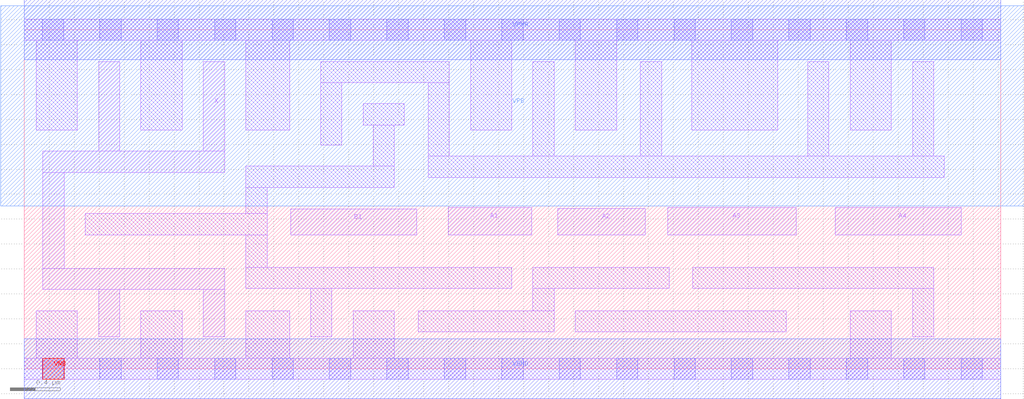
<source format=lef>
# Copyright 2020 The SkyWater PDK Authors
#
# Licensed under the Apache License, Version 2.0 (the "License");
# you may not use this file except in compliance with the License.
# You may obtain a copy of the License at
#
#     https://www.apache.org/licenses/LICENSE-2.0
#
# Unless required by applicable law or agreed to in writing, software
# distributed under the License is distributed on an "AS IS" BASIS,
# WITHOUT WARRANTIES OR CONDITIONS OF ANY KIND, either express or implied.
# See the License for the specific language governing permissions and
# limitations under the License.
#
# SPDX-License-Identifier: Apache-2.0

VERSION 5.7 ;
  NOWIREEXTENSIONATPIN ON ;
  DIVIDERCHAR "/" ;
  BUSBITCHARS "[]" ;
MACRO sky130_fd_sc_hd__a41o_4
  CLASS CORE ;
  FOREIGN sky130_fd_sc_hd__a41o_4 ;
  ORIGIN  0.000000  0.000000 ;
  SIZE  7.820000 BY  2.720000 ;
  SYMMETRY X Y R90 ;
  SITE unithd ;
  PIN A1
    ANTENNAGATEAREA  0.495000 ;
    DIRECTION INPUT ;
    USE SIGNAL ;
    PORT
      LAYER li1 ;
        RECT 3.395000 1.075000 4.065000 1.295000 ;
    END
  END A1
  PIN A2
    ANTENNAGATEAREA  0.495000 ;
    DIRECTION INPUT ;
    USE SIGNAL ;
    PORT
      LAYER li1 ;
        RECT 4.275000 1.075000 4.975000 1.285000 ;
    END
  END A2
  PIN A3
    ANTENNAGATEAREA  0.495000 ;
    DIRECTION INPUT ;
    USE SIGNAL ;
    PORT
      LAYER li1 ;
        RECT 5.155000 1.075000 6.185000 1.295000 ;
    END
  END A3
  PIN A4
    ANTENNAGATEAREA  0.495000 ;
    DIRECTION INPUT ;
    USE SIGNAL ;
    PORT
      LAYER li1 ;
        RECT 6.495000 1.075000 7.505000 1.295000 ;
    END
  END A4
  PIN B1
    ANTENNAGATEAREA  0.495000 ;
    DIRECTION INPUT ;
    USE SIGNAL ;
    PORT
      LAYER li1 ;
        RECT 2.135000 1.075000 3.145000 1.280000 ;
    END
  END B1
  PIN VNB
    PORT
      LAYER pwell ;
        RECT 0.150000 -0.085000 0.320000 0.085000 ;
    END
  END VNB
  PIN VPB
    PORT
      LAYER nwell ;
        RECT -0.190000 1.305000 8.010000 2.910000 ;
    END
  END VPB
  PIN X
    ANTENNADIFFAREA  0.891000 ;
    DIRECTION OUTPUT ;
    USE SIGNAL ;
    PORT
      LAYER li1 ;
        RECT 0.150000 0.635000 1.605000 0.805000 ;
        RECT 0.150000 0.805000 0.320000 1.575000 ;
        RECT 0.150000 1.575000 1.605000 1.745000 ;
        RECT 0.595000 0.255000 0.765000 0.635000 ;
        RECT 0.595000 1.745000 0.765000 2.465000 ;
        RECT 1.435000 0.255000 1.605000 0.635000 ;
        RECT 1.435000 1.745000 1.605000 2.465000 ;
    END
  END X
  PIN VGND
    DIRECTION INOUT ;
    SHAPE ABUTMENT ;
    USE GROUND ;
    PORT
      LAYER met1 ;
        RECT 0.000000 -0.240000 7.820000 0.240000 ;
    END
  END VGND
  PIN VPWR
    DIRECTION INOUT ;
    SHAPE ABUTMENT ;
    USE POWER ;
    PORT
      LAYER met1 ;
        RECT 0.000000 2.480000 7.820000 2.960000 ;
    END
  END VPWR
  OBS
    LAYER li1 ;
      RECT 0.000000 -0.085000 7.820000 0.085000 ;
      RECT 0.000000  2.635000 7.820000 2.805000 ;
      RECT 0.095000  0.085000 0.425000 0.465000 ;
      RECT 0.095000  1.915000 0.425000 2.635000 ;
      RECT 0.490000  1.075000 1.945000 1.245000 ;
      RECT 0.935000  0.085000 1.265000 0.465000 ;
      RECT 0.935000  1.915000 1.265000 2.635000 ;
      RECT 1.775000  0.085000 2.125000 0.465000 ;
      RECT 1.775000  0.645000 3.905000 0.815000 ;
      RECT 1.775000  0.815000 1.945000 1.075000 ;
      RECT 1.775000  1.245000 1.945000 1.455000 ;
      RECT 1.775000  1.455000 2.965000 1.625000 ;
      RECT 1.775000  1.915000 2.125000 2.635000 ;
      RECT 2.295000  0.255000 2.465000 0.645000 ;
      RECT 2.375000  1.795000 2.545000 2.295000 ;
      RECT 2.375000  2.295000 3.405000 2.465000 ;
      RECT 2.635000  0.085000 2.965000 0.465000 ;
      RECT 2.715000  1.955000 3.045000 2.125000 ;
      RECT 2.795000  1.625000 2.965000 1.955000 ;
      RECT 3.155000  0.295000 4.245000 0.465000 ;
      RECT 3.235000  1.535000 7.370000 1.705000 ;
      RECT 3.235000  1.705000 3.405000 2.295000 ;
      RECT 3.575000  1.915000 3.905000 2.635000 ;
      RECT 4.075000  0.465000 4.245000 0.645000 ;
      RECT 4.075000  0.645000 5.165000 0.815000 ;
      RECT 4.075000  1.705000 4.245000 2.465000 ;
      RECT 4.415000  0.295000 6.105000 0.465000 ;
      RECT 4.415000  1.915000 4.745000 2.635000 ;
      RECT 4.935000  1.705000 5.105000 2.465000 ;
      RECT 5.345000  1.915000 6.035000 2.635000 ;
      RECT 5.355000  0.645000 7.285000 0.815000 ;
      RECT 6.275000  1.705000 6.445000 2.465000 ;
      RECT 6.615000  0.085000 6.945000 0.465000 ;
      RECT 6.615000  1.915000 6.945000 2.635000 ;
      RECT 7.115000  0.255000 7.285000 0.645000 ;
      RECT 7.115000  1.705000 7.285000 2.465000 ;
    LAYER mcon ;
      RECT 0.145000 -0.085000 0.315000 0.085000 ;
      RECT 0.145000  2.635000 0.315000 2.805000 ;
      RECT 0.605000 -0.085000 0.775000 0.085000 ;
      RECT 0.605000  2.635000 0.775000 2.805000 ;
      RECT 1.065000 -0.085000 1.235000 0.085000 ;
      RECT 1.065000  2.635000 1.235000 2.805000 ;
      RECT 1.525000 -0.085000 1.695000 0.085000 ;
      RECT 1.525000  2.635000 1.695000 2.805000 ;
      RECT 1.985000 -0.085000 2.155000 0.085000 ;
      RECT 1.985000  2.635000 2.155000 2.805000 ;
      RECT 2.445000 -0.085000 2.615000 0.085000 ;
      RECT 2.445000  2.635000 2.615000 2.805000 ;
      RECT 2.905000 -0.085000 3.075000 0.085000 ;
      RECT 2.905000  2.635000 3.075000 2.805000 ;
      RECT 3.365000 -0.085000 3.535000 0.085000 ;
      RECT 3.365000  2.635000 3.535000 2.805000 ;
      RECT 3.825000 -0.085000 3.995000 0.085000 ;
      RECT 3.825000  2.635000 3.995000 2.805000 ;
      RECT 4.285000 -0.085000 4.455000 0.085000 ;
      RECT 4.285000  2.635000 4.455000 2.805000 ;
      RECT 4.745000 -0.085000 4.915000 0.085000 ;
      RECT 4.745000  2.635000 4.915000 2.805000 ;
      RECT 5.205000 -0.085000 5.375000 0.085000 ;
      RECT 5.205000  2.635000 5.375000 2.805000 ;
      RECT 5.665000 -0.085000 5.835000 0.085000 ;
      RECT 5.665000  2.635000 5.835000 2.805000 ;
      RECT 6.125000 -0.085000 6.295000 0.085000 ;
      RECT 6.125000  2.635000 6.295000 2.805000 ;
      RECT 6.585000 -0.085000 6.755000 0.085000 ;
      RECT 6.585000  2.635000 6.755000 2.805000 ;
      RECT 7.045000 -0.085000 7.215000 0.085000 ;
      RECT 7.045000  2.635000 7.215000 2.805000 ;
      RECT 7.505000 -0.085000 7.675000 0.085000 ;
      RECT 7.505000  2.635000 7.675000 2.805000 ;
  END
END sky130_fd_sc_hd__a41o_4
END LIBRARY

</source>
